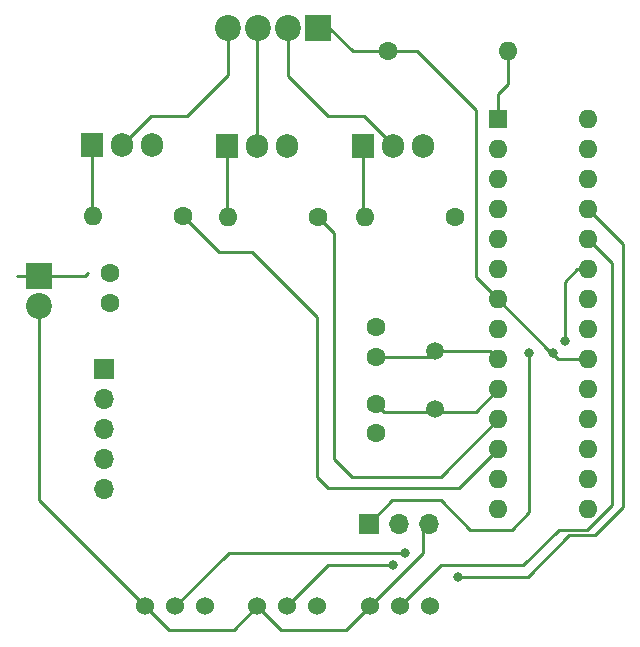
<source format=gbr>
%TF.GenerationSoftware,KiCad,Pcbnew,7.0.2*%
%TF.CreationDate,2023-06-27T07:08:14-04:00*%
%TF.ProjectId,RGB LED Controller,52474220-4c45-4442-9043-6f6e74726f6c,A*%
%TF.SameCoordinates,Original*%
%TF.FileFunction,Copper,L1,Top*%
%TF.FilePolarity,Positive*%
%FSLAX46Y46*%
G04 Gerber Fmt 4.6, Leading zero omitted, Abs format (unit mm)*
G04 Created by KiCad (PCBNEW 7.0.2) date 2023-06-27 07:08:14*
%MOMM*%
%LPD*%
G01*
G04 APERTURE LIST*
%TA.AperFunction,ComponentPad*%
%ADD10R,1.600000X1.600000*%
%TD*%
%TA.AperFunction,ComponentPad*%
%ADD11O,1.600000X1.600000*%
%TD*%
%TA.AperFunction,ComponentPad*%
%ADD12C,1.600000*%
%TD*%
%TA.AperFunction,ComponentPad*%
%ADD13R,1.700000X1.700000*%
%TD*%
%TA.AperFunction,ComponentPad*%
%ADD14O,1.700000X1.700000*%
%TD*%
%TA.AperFunction,ComponentPad*%
%ADD15R,1.905000X2.000000*%
%TD*%
%TA.AperFunction,ComponentPad*%
%ADD16O,1.905000X2.000000*%
%TD*%
%TA.AperFunction,ComponentPad*%
%ADD17R,2.200000X2.200000*%
%TD*%
%TA.AperFunction,ComponentPad*%
%ADD18C,2.200000*%
%TD*%
%TA.AperFunction,ComponentPad*%
%ADD19C,1.524000*%
%TD*%
%TA.AperFunction,ComponentPad*%
%ADD20C,1.500000*%
%TD*%
%TA.AperFunction,ViaPad*%
%ADD21C,0.800000*%
%TD*%
%TA.AperFunction,Conductor*%
%ADD22C,0.250000*%
%TD*%
G04 APERTURE END LIST*
D10*
%TO.P,U1,1,~{RESET}/PC6*%
%TO.N,Net-(U1-~{RESET}{slash}PC6)*%
X163000000Y-84920000D03*
D11*
%TO.P,U1,2,PD0*%
%TO.N,unconnected-(U1-PD0-Pad2)*%
X163000000Y-87460000D03*
%TO.P,U1,3,PD1*%
%TO.N,unconnected-(U1-PD1-Pad3)*%
X163000000Y-90000000D03*
%TO.P,U1,4,PD2*%
%TO.N,/IR_RECV*%
X163000000Y-92540000D03*
%TO.P,U1,5,PD3*%
%TO.N,/G_PWM*%
X163000000Y-95080000D03*
%TO.P,U1,6,PD4*%
%TO.N,unconnected-(U1-PD4-Pad6)*%
X163000000Y-97620000D03*
%TO.P,U1,7,VCC*%
%TO.N,+5V*%
X163000000Y-100160000D03*
%TO.P,U1,8,GND*%
%TO.N,GND*%
X163000000Y-102700000D03*
%TO.P,U1,9,XTAL1/PB6*%
%TO.N,Net-(U1-XTAL1{slash}PB6)*%
X163000000Y-105240000D03*
%TO.P,U1,10,XTAL2/PB7*%
%TO.N,Net-(U1-XTAL2{slash}PB7)*%
X163000000Y-107780000D03*
%TO.P,U1,11,PD5*%
%TO.N,/R_PWM*%
X163000000Y-110320000D03*
%TO.P,U1,12,PD6*%
%TO.N,/B_PWM*%
X163000000Y-112860000D03*
%TO.P,U1,13,PD7*%
%TO.N,unconnected-(U1-PD7-Pad13)*%
X163000000Y-115400000D03*
%TO.P,U1,14,PB0*%
%TO.N,unconnected-(U1-PB0-Pad14)*%
X163000000Y-117940000D03*
%TO.P,U1,15,PB1*%
%TO.N,unconnected-(U1-PB1-Pad15)*%
X170620000Y-117940000D03*
%TO.P,U1,16,PB2*%
%TO.N,unconnected-(U1-PB2-Pad16)*%
X170620000Y-115400000D03*
%TO.P,U1,17,PB3*%
%TO.N,unconnected-(U1-PB3-Pad17)*%
X170620000Y-112860000D03*
%TO.P,U1,18,PB4*%
%TO.N,unconnected-(U1-PB4-Pad18)*%
X170620000Y-110320000D03*
%TO.P,U1,19,PB5*%
%TO.N,unconnected-(U1-PB5-Pad19)*%
X170620000Y-107780000D03*
%TO.P,U1,20,AVCC*%
%TO.N,+5V*%
X170620000Y-105240000D03*
%TO.P,U1,21,AREF*%
%TO.N,unconnected-(U1-AREF-Pad21)*%
X170620000Y-102700000D03*
%TO.P,U1,22,GND*%
%TO.N,GND*%
X170620000Y-100160000D03*
%TO.P,U1,23,PC0*%
%TO.N,/R_Analog*%
X170620000Y-97620000D03*
%TO.P,U1,24,PC1*%
%TO.N,/B_Analog*%
X170620000Y-95080000D03*
%TO.P,U1,25,PC2*%
%TO.N,/G_Analog*%
X170620000Y-92540000D03*
%TO.P,U1,26,PC3*%
%TO.N,unconnected-(U1-PC3-Pad26)*%
X170620000Y-90000000D03*
%TO.P,U1,27,PC4*%
%TO.N,unconnected-(U1-PC4-Pad27)*%
X170620000Y-87460000D03*
%TO.P,U1,28,PC5*%
%TO.N,unconnected-(U1-PC5-Pad28)*%
X170620000Y-84920000D03*
%TD*%
D12*
%TO.P,R1,1*%
%TO.N,/G_PWM*%
X159310000Y-93160000D03*
D11*
%TO.P,R1,2*%
%TO.N,Net-(Q3-B)*%
X151690000Y-93160000D03*
%TD*%
D12*
%TO.P,C3,1*%
%TO.N,Net-(U1-XTAL1{slash}PB6)*%
X152620000Y-105000000D03*
%TO.P,C3,2*%
%TO.N,GND*%
X152620000Y-102500000D03*
%TD*%
D13*
%TO.P,J3,1,VBUS*%
%TO.N,Net-(J3-VBUS)*%
X129620000Y-106080000D03*
D14*
%TO.P,J3,2,D-*%
%TO.N,unconnected-(J3-D--Pad2)*%
X129620000Y-108620000D03*
%TO.P,J3,3,D+*%
%TO.N,unconnected-(J3-D+-Pad3)*%
X129620000Y-111160000D03*
%TO.P,J3,4,ID*%
%TO.N,unconnected-(J3-ID-Pad4)*%
X129620000Y-113700000D03*
%TO.P,J3,5,GND*%
%TO.N,GND*%
X129620000Y-116240000D03*
%TD*%
D15*
%TO.P,Q3,1,B*%
%TO.N,Net-(Q3-B)*%
X151540000Y-87160000D03*
D16*
%TO.P,Q3,2,C*%
%TO.N,/G_LED*%
X154080000Y-87160000D03*
%TO.P,Q3,3,E*%
%TO.N,GND*%
X156620000Y-87160000D03*
%TD*%
D17*
%TO.P,J1,1,+*%
%TO.N,+5V*%
X147740000Y-77160000D03*
D18*
%TO.P,J1,2,G*%
%TO.N,/G_LED*%
X145200000Y-77160000D03*
%TO.P,J1,3,R*%
%TO.N,/R_LED*%
X142660000Y-77160000D03*
%TO.P,J1,4,B*%
%TO.N,/B_LED*%
X140120000Y-77160000D03*
%TD*%
D19*
%TO.P,RV1,1,1*%
%TO.N,GND*%
X157200000Y-126160000D03*
%TO.P,RV1,2,2*%
%TO.N,/B_Analog*%
X154660000Y-126160000D03*
%TO.P,RV1,3,3*%
%TO.N,+5V*%
X152120000Y-126160000D03*
%TD*%
%TO.P,RV2,1,1*%
%TO.N,GND*%
X147660000Y-126160000D03*
%TO.P,RV2,2,2*%
%TO.N,/G_Analog*%
X145120000Y-126160000D03*
%TO.P,RV2,3,3*%
%TO.N,+5V*%
X142580000Y-126160000D03*
%TD*%
D12*
%TO.P,R2,1*%
%TO.N,/R_PWM*%
X147730000Y-93160000D03*
D11*
%TO.P,R2,2*%
%TO.N,Net-(Q1-B)*%
X140110000Y-93160000D03*
%TD*%
D15*
%TO.P,Q1,1,B*%
%TO.N,Net-(Q1-B)*%
X140040000Y-87160000D03*
D16*
%TO.P,Q1,2,C*%
%TO.N,/R_LED*%
X142580000Y-87160000D03*
%TO.P,Q1,3,E*%
%TO.N,GND*%
X145120000Y-87160000D03*
%TD*%
D15*
%TO.P,Q2,1,B*%
%TO.N,Net-(Q2-B)*%
X128580000Y-87105000D03*
D16*
%TO.P,Q2,2,C*%
%TO.N,/B_LED*%
X131120000Y-87105000D03*
%TO.P,Q2,3,E*%
%TO.N,GND*%
X133660000Y-87105000D03*
%TD*%
D12*
%TO.P,C4,1*%
%TO.N,Net-(U1-XTAL2{slash}PB7)*%
X152620000Y-109000000D03*
%TO.P,C4,2*%
%TO.N,GND*%
X152620000Y-111500000D03*
%TD*%
D17*
%TO.P,J4,1,Pin_1*%
%TO.N,Net-(J3-VBUS)*%
X124120000Y-98160000D03*
D18*
%TO.P,J4,2,Pin_2*%
%TO.N,+5V*%
X124120000Y-100700000D03*
%TD*%
D12*
%TO.P,C2,1*%
%TO.N,Net-(J3-VBUS)*%
X130120000Y-97950000D03*
%TO.P,C2,2*%
%TO.N,GND*%
X130120000Y-100450000D03*
%TD*%
D13*
%TO.P,J2,1,Pin_1*%
%TO.N,/IR_RECV*%
X152040000Y-119160000D03*
D14*
%TO.P,J2,2,Pin_2*%
%TO.N,GND*%
X154580000Y-119160000D03*
%TO.P,J2,3,Pin_3*%
%TO.N,+5V*%
X157120000Y-119160000D03*
%TD*%
D12*
%TO.P,R4,1*%
%TO.N,+5V*%
X153660000Y-79160000D03*
D11*
%TO.P,R4,2*%
%TO.N,Net-(U1-~{RESET}{slash}PC6)*%
X163820000Y-79160000D03*
%TD*%
D12*
%TO.P,R3,1*%
%TO.N,/B_PWM*%
X136270000Y-93105000D03*
D11*
%TO.P,R3,2*%
%TO.N,Net-(Q2-B)*%
X128650000Y-93105000D03*
%TD*%
D20*
%TO.P,Y1,1,1*%
%TO.N,Net-(U1-XTAL2{slash}PB7)*%
X157620000Y-109450000D03*
%TO.P,Y1,2,2*%
%TO.N,Net-(U1-XTAL1{slash}PB6)*%
X157620000Y-104570000D03*
%TD*%
D19*
%TO.P,RV3,1,1*%
%TO.N,GND*%
X138200000Y-126160000D03*
%TO.P,RV3,2,2*%
%TO.N,/R_Analog*%
X135660000Y-126160000D03*
%TO.P,RV3,3,3*%
%TO.N,+5V*%
X133120000Y-126160000D03*
%TD*%
D21*
%TO.N,+5V*%
X167620000Y-104660000D03*
%TO.N,/IR_RECV*%
X165620000Y-104660000D03*
%TO.N,/G_Analog*%
X154120000Y-122660000D03*
X159620000Y-123660000D03*
%TO.N,/R_Analog*%
X168620000Y-103660000D03*
X155120000Y-121660000D03*
%TD*%
D22*
%TO.N,/G_LED*%
X145200000Y-81240000D02*
X145200000Y-77160000D01*
X148620000Y-84660000D02*
X145200000Y-81240000D01*
X154080000Y-87120000D02*
X151620000Y-84660000D01*
X154080000Y-87160000D02*
X154080000Y-87120000D01*
X151620000Y-84660000D02*
X148620000Y-84660000D01*
%TO.N,+5V*%
X144580000Y-128160000D02*
X150120000Y-128160000D01*
X156620000Y-119660000D02*
X157120000Y-119160000D01*
X170620000Y-105240000D02*
X168080000Y-105240000D01*
X167500000Y-104660000D02*
X163000000Y-100160000D01*
X150680000Y-79160000D02*
X148680000Y-77160000D01*
X140580000Y-128160000D02*
X142580000Y-126160000D01*
X152120000Y-79160000D02*
X150680000Y-79160000D01*
X133120000Y-126160000D02*
X124120000Y-117160000D01*
X163000000Y-100160000D02*
X161120000Y-98280000D01*
X156120000Y-79160000D02*
X153660000Y-79160000D01*
X161120000Y-98280000D02*
X161120000Y-84160000D01*
X156620000Y-121660000D02*
X156620000Y-119660000D01*
X124120000Y-117160000D02*
X124120000Y-100700000D01*
X167620000Y-104660000D02*
X167500000Y-104660000D01*
X152120000Y-126160000D02*
X156620000Y-121660000D01*
X142580000Y-126160000D02*
X144580000Y-128160000D01*
X148680000Y-77160000D02*
X147740000Y-77160000D01*
X168080000Y-105240000D02*
X167620000Y-104780000D01*
X135120000Y-128160000D02*
X140580000Y-128160000D01*
X153660000Y-79160000D02*
X152180000Y-79160000D01*
X167620000Y-104780000D02*
X167620000Y-104660000D01*
X161120000Y-84160000D02*
X156120000Y-79160000D01*
X133120000Y-126160000D02*
X135120000Y-128160000D01*
X150120000Y-128160000D02*
X152120000Y-126160000D01*
%TO.N,Net-(U1-XTAL1{slash}PB6)*%
X162330000Y-104570000D02*
X163000000Y-105240000D01*
X157620000Y-104570000D02*
X162330000Y-104570000D01*
X157190000Y-105000000D02*
X157620000Y-104570000D01*
X152620000Y-105000000D02*
X157190000Y-105000000D01*
%TO.N,Net-(U1-XTAL2{slash}PB7)*%
X153280000Y-109660000D02*
X157410000Y-109660000D01*
X161120000Y-109660000D02*
X157830000Y-109660000D01*
X157410000Y-109660000D02*
X157620000Y-109450000D01*
X157830000Y-109660000D02*
X157620000Y-109450000D01*
X152620000Y-109000000D02*
X153280000Y-109660000D01*
X163000000Y-107780000D02*
X161120000Y-109660000D01*
%TO.N,/R_LED*%
X142580000Y-87160000D02*
X142580000Y-77240000D01*
X142580000Y-77240000D02*
X142660000Y-77160000D01*
%TO.N,/B_LED*%
X131120000Y-87105000D02*
X133565000Y-84660000D01*
X140120000Y-81160000D02*
X140120000Y-77160000D01*
X133565000Y-84660000D02*
X136620000Y-84660000D01*
X136620000Y-84660000D02*
X140120000Y-81160000D01*
%TO.N,/IR_RECV*%
X154040000Y-117160000D02*
X158120000Y-117160000D01*
X164120000Y-119660000D02*
X165620000Y-118160000D01*
X158120000Y-117160000D02*
X160620000Y-119660000D01*
X160620000Y-119660000D02*
X164120000Y-119660000D01*
X165620000Y-118160000D02*
X165620000Y-104660000D01*
X152040000Y-119160000D02*
X154040000Y-117160000D01*
%TO.N,/B_PWM*%
X159700000Y-116160000D02*
X163000000Y-112860000D01*
X148620000Y-116160000D02*
X159700000Y-116160000D01*
X136270000Y-93105000D02*
X139325000Y-96160000D01*
X142120000Y-96160000D02*
X147620000Y-101660000D01*
X139325000Y-96160000D02*
X142120000Y-96160000D01*
X147620000Y-115160000D02*
X148620000Y-116160000D01*
X147620000Y-101660000D02*
X147620000Y-115160000D01*
%TO.N,/R_PWM*%
X147730000Y-93160000D02*
X149120000Y-94550000D01*
X149120000Y-113660000D02*
X150620000Y-115160000D01*
X149120000Y-94550000D02*
X149120000Y-113660000D01*
X150620000Y-115160000D02*
X158160000Y-115160000D01*
X158160000Y-115160000D02*
X163000000Y-110320000D01*
%TO.N,/B_Analog*%
X165120000Y-122660000D02*
X168120000Y-119660000D01*
X168120000Y-119660000D02*
X170490991Y-119660000D01*
X158160000Y-122660000D02*
X165120000Y-122660000D01*
X154660000Y-126160000D02*
X158160000Y-122660000D01*
X172620000Y-117530991D02*
X172620000Y-97080000D01*
X172620000Y-97080000D02*
X170620000Y-95080000D01*
X170490991Y-119660000D02*
X172620000Y-117530991D01*
%TO.N,/G_Analog*%
X171173694Y-120110000D02*
X173570000Y-117713694D01*
X159620000Y-123660000D02*
X165473464Y-123660000D01*
X173570000Y-117713694D02*
X173570000Y-95490000D01*
X173570000Y-95490000D02*
X170620000Y-92540000D01*
X148620000Y-122660000D02*
X154120000Y-122660000D01*
X165473464Y-123660000D02*
X169023464Y-120110000D01*
X169023464Y-120110000D02*
X171173694Y-120110000D01*
X145120000Y-126160000D02*
X148620000Y-122660000D01*
%TO.N,/R_Analog*%
X168620000Y-98660000D02*
X169660000Y-97620000D01*
X140160000Y-121660000D02*
X155120000Y-121660000D01*
X169660000Y-97620000D02*
X170620000Y-97620000D01*
X135660000Y-126160000D02*
X140160000Y-121660000D01*
X168620000Y-103660000D02*
X168620000Y-98660000D01*
%TO.N,Net-(J3-VBUS)*%
X128015000Y-98160000D02*
X128225000Y-97950000D01*
X122225000Y-98160000D02*
X128015000Y-98160000D01*
%TO.N,Net-(U1-~{RESET}{slash}PC6)*%
X163000000Y-82780000D02*
X163820000Y-81960000D01*
X163000000Y-84920000D02*
X163000000Y-82780000D01*
X163820000Y-81960000D02*
X163820000Y-79160000D01*
%TO.N,Net-(Q1-B)*%
X140040000Y-93090000D02*
X140110000Y-93160000D01*
X140040000Y-87160000D02*
X140040000Y-93090000D01*
%TO.N,Net-(Q2-B)*%
X128580000Y-93035000D02*
X128650000Y-93105000D01*
X128580000Y-87105000D02*
X128580000Y-93035000D01*
%TO.N,Net-(Q3-B)*%
X151540000Y-93010000D02*
X151690000Y-93160000D01*
X151540000Y-87160000D02*
X151540000Y-93010000D01*
%TD*%
M02*

</source>
